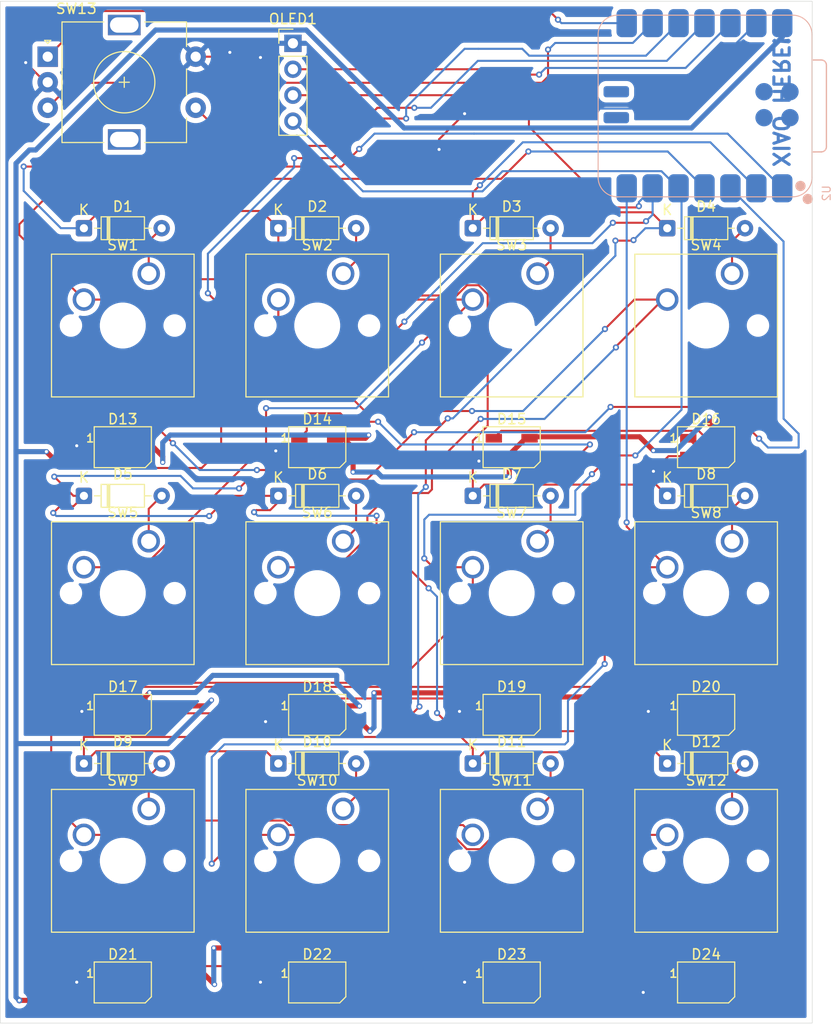
<source format=kicad_pcb>
(kicad_pcb (version 20241229) (generator "pcbnew") (generator_version "9.0")
  (layers (0 "F.Cu" signal) (2 "B.Cu" signal) (13 "F.Paste" user) (15 "B.Paste" user) (5 "F.SilkS" user "F.Silkscreen") (7 "B.SilkS" user "B.Silkscreen") (1 "F.Mask" user) (3 "B.Mask" user) (25 "Edge.Cuts" user))
  (net 0 "")
  (net 1 "/ROW0")
  (net 2 "/SW1_D1")
  (net 3 "/SW2_D2")
  (net 4 "/ROW1")
  (net 5 "/SW3_D3")
  (net 6 "/SW4_D4")
  (net 7 "/SW5_D5")
  (net 8 "/ROW2")
  (net 9 "/SW6_D6")
  (net 10 "/SW7_D7")
  (net 11 "/SW8_D8")
  (net 12 "/SW9_D9")
  (net 13 "/SW10_D10")
  (net 14 "/SW11_D11")
  (net 15 "/SW12_D12")
  (net 16 "GND")
  (net 17 "/LED1_OUT")
  (net 18 "+5V")
  (net 19 "/LED_DATA")
  (net 20 "/LED2_OUT")
  (net 21 "/LED3_OUT")
  (net 22 "/LED4_OUT")
  (net 23 "/LED5_OUT")
  (net 24 "/LED6_OUT")
  (net 25 "/LED7_OUT")
  (net 26 "/LED8_OUT")
  (net 27 "/LED9_OUT")
  (net 28 "/LED10_OUT")
  (net 29 "/COL0")
  (net 30 "/COL2")
  (net 31 "/COL1")
  (net 32 "/COL3")
  (net 33 "/ENC1_B")
  (net 34 "/ENC1_A")
  (net 35 "/ENC1_SW")
  (net 38 "+3V3")
  (net 43 "/LED11_OUT")
  (footprint "LED_SMD:LED_SK6812MINI_PLCC4_3.5x3.5mm_P1.75mm" (layer "F.Cu") (at 138.1125 98.834375)
    (property "Reference" "D19")
    (property "Value" "SK6812MINI")
  )
  (footprint "Diode_THT:D_DO-35_SOD27_P7.62mm_Horizontal" (layer "F.Cu") (at 134.3025 51.209375)
    (property "Reference" "D3")
    (property "Value" "1N4148")
  )
  (footprint "Button_Switch_Keyboard:SW_Cherry_MX_1.00u_PCB" (layer "F.Cu") (at 121.6025 55.654375)
    (property "Reference" "SW2")
    (property "Value" "SW_Push")
  )
  (footprint "LED_SMD:LED_SK6812MINI_PLCC4_3.5x3.5mm_P1.75mm" (layer "F.Cu") (at 157.1625 98.834375)
    (property "Reference" "D20")
    (property "Value" "SK6812MINI")
  )
  (footprint "Button_Switch_Keyboard:SW_Cherry_MX_1.00u_PCB" (layer "F.Cu") (at 121.6025 108.041875)
    (property "Reference" "SW10")
    (property "Value" "SW_Push")
  )
  (footprint "Diode_THT:D_DO-35_SOD27_P7.62mm_Horizontal" (layer "F.Cu") (at 134.3025 103.596875)
    (property "Reference" "D11")
    (property "Value" "1N4148")
  )
  (footprint "LED_SMD:LED_SK6812MINI_PLCC4_3.5x3.5mm_P1.75mm" (layer "F.Cu") (at 157.1625 125.028125)
    (property "Reference" "D24")
    (property "Value" "SK6812MINI")
  )
  (footprint "Diode_THT:D_DO-35_SOD27_P7.62mm_Horizontal" (layer "F.Cu") (at 153.3525 103.596875)
    (property "Reference" "D12")
    (property "Value" "1N4148")
  )
  (footprint "Diode_THT:D_DO-35_SOD27_P7.62mm_Horizontal" (layer "F.Cu") (at 115.2525 51.209375)
    (property "Reference" "D2")
    (property "Value" "1N4148")
  )
  (footprint "Button_Switch_Keyboard:SW_Cherry_MX_1.00u_PCB" (layer "F.Cu") (at 121.6025 81.848125)
    (property "Reference" "SW6")
    (property "Value" "SW_Push")
  )
  (footprint "LED_SMD:LED_SK6812MINI_PLCC4_3.5x3.5mm_P1.75mm" (layer "F.Cu") (at 119.0625 125.028125)
    (property "Reference" "D22")
    (property "Value" "SK6812MINI")
  )
  (footprint "LED_SMD:LED_SK6812MINI_PLCC4_3.5x3.5mm_P1.75mm" (layer "F.Cu") (at 119.0625 72.640625)
    (property "Reference" "D14")
    (property "Value" "SK6812MINI")
  )
  (footprint "Button_Switch_Keyboard:SW_Cherry_MX_1.00u_PCB" (layer "F.Cu") (at 140.6525 108.041875)
    (property "Reference" "SW11")
    (property "Value" "SW_Push")
  )
  (footprint "LED_SMD:LED_SK6812MINI_PLCC4_3.5x3.5mm_P1.75mm" (layer "F.Cu") (at 138.1125 72.640625)
    (property "Reference" "D15")
    (property "Value" "SK6812MINI")
  )
  (footprint "LED_SMD:LED_SK6812MINI_PLCC4_3.5x3.5mm_P1.75mm" (layer "F.Cu") (at 100.0125 98.834375)
    (property "Reference" "D17")
    (property "Value" "SK6812MINI")
  )
  (footprint "LED_SMD:LED_SK6812MINI_PLCC4_3.5x3.5mm_P1.75mm" (layer "F.Cu") (at 100.0125 125.028125)
    (property "Reference" "D21")
    (property "Value" "SK6812MINI")
  )
  (footprint "LED_SMD:LED_SK6812MINI_PLCC4_3.5x3.5mm_P1.75mm" (layer "F.Cu") (at 138.1125 125.028125)
    (property "Reference" "D23")
    (property "Value" "SK6812MINI")
  )
  (footprint "Button_Switch_Keyboard:SW_Cherry_MX_1.00u_PCB" (layer "F.Cu") (at 159.7025 81.848125)
    (property "Reference" "SW8")
    (property "Value" "SW_Push")
  )
  (footprint "Diode_THT:D_DO-35_SOD27_P7.62mm_Horizontal" (layer "F.Cu") (at 134.3025 77.403125)
    (property "Reference" "D7")
    (property "Value" "1N4148")
  )
  (footprint "LED_SMD:LED_SK6812MINI_PLCC4_3.5x3.5mm_P1.75mm" (layer "F.Cu") (at 157.1625 72.640625)
    (property "Reference" "D16")
    (property "Value" "SK6812MINI")
  )
  (footprint "Diode_THT:D_DO-35_SOD27_P7.62mm_Horizontal" (layer "F.Cu") (at 96.2025 103.596875)
    (property "Reference" "D9")
    (property "Value" "1N4148")
  )
  (footprint "Diode_THT:D_DO-35_SOD27_P7.62mm_Horizontal" (layer "F.Cu") (at 96.2025 51.209375)
    (property "Reference" "D1")
    (property "Value" "1N4148")
  )
  (footprint "Rotary_Encoder:RotaryEncoder_Alps_EC11E-Switch_Vertical_H20mm" (layer "F.Cu") (at 92.65625 34.421875)
    (property "Reference" "SW13")
    (property "Value" "RotaryEncoder_Switch")
  )
  (footprint "Button_Switch_Keyboard:SW_Cherry_MX_1.00u_PCB" (layer "F.Cu") (at 102.5525 55.654375)
    (property "Reference" "SW1")
    (property "Value" "SW_Push")
  )
  (footprint "Button_Switch_Keyboard:SW_Cherry_MX_1.00u_PCB" (layer "F.Cu") (at 159.7025 55.654375)
    (property "Reference" "SW4")
    (property "Value" "SW_Push")
  )
  (footprint "Button_Switch_Keyboard:SW_Cherry_MX_1.00u_PCB" (layer "F.Cu") (at 102.5525 108.041875)
    (property "Reference" "SW9")
    (property "Value" "SW_Push")
  )
  (footprint "Diode_THT:D_DO-35_SOD27_P7.62mm_Horizontal" (layer "F.Cu") (at 115.2525 103.596875)
    (property "Reference" "D10")
    (property "Value" "1N4148")
  )
  (footprint "Button_Switch_Keyboard:SW_Cherry_MX_1.00u_PCB" (layer "F.Cu") (at 140.6525 55.654375)
    (property "Reference" "SW3")
    (property "Value" "SW_Push")
  )
  (footprint "Button_Switch_Keyboard:SW_Cherry_MX_1.00u_PCB" (layer "F.Cu") (at 159.7025 108.041875)
    (property "Reference" "SW12")
    (property "Value" "SW_Push")
  )
  (footprint "Diode_THT:D_DO-35_SOD27_P7.62mm_Horizontal" (layer "F.Cu") (at 96.2025 77.403125)
    (property "Reference" "D5")
    (property "Value" "1N4148")
  )
  (footprint "Button_Switch_Keyboard:SW_Cherry_MX_1.00u_PCB" (layer "F.Cu") (at 102.5525 81.848125)
    (property "Reference" "SW5")
    (property "Value" "SW_Push")
  )
  (footprint "LED_SMD:LED_SK6812MINI_PLCC4_3.5x3.5mm_P1.75mm" (layer "F.Cu") (at 100.0125 72.640625)
    (property "Reference" "D13")
    (property "Value" "SK6812MINI")
  )
  (footprint "Connector_PinHeader_2.54mm:PinHeader_1x04_P2.54mm_Vertical" (layer "F.Cu") (at 116.68125 33.111875)
    (property "Reference" "OLED1")
    (property "Value" "OLED_0.91_I2C")
  )
  (footprint "Diode_THT:D_DO-35_SOD27_P7.62mm_Horizontal" (layer "F.Cu") (at 153.3525 77.403125)
    (property "Reference" "D8")
    (property "Value" "1N4148")
  )
  (footprint "Diode_THT:D_DO-35_SOD27_P7.62mm_Horizontal" (layer "F.Cu") (at 153.3525 51.209375)
    (property "Reference" "D4")
    (property "Value" "1N4148")
  )
  (footprint "LED_SMD:LED_SK6812MINI_PLCC4_3.5x3.5mm_P1.75mm" (layer "F.Cu") (at 119.0625 98.834375)
    (property "Reference" "D18")
    (property "Value" "SK6812MINI")
  )
  (footprint "Button_Switch_Keyboard:SW_Cherry_MX_1.00u_PCB" (layer "F.Cu") (at 140.6525 81.848125)
    (property "Reference" "SW7")
    (property "Value" "SW_Push")
  )
  (footprint "Diode_THT:D_DO-35_SOD27_P7.62mm_Horizontal" (layer "F.Cu") (at 115.2525 77.403125)
    (property "Reference" "D6")
    (property "Value" "1N4148")
  )
  (footprint "OPL:XIAO-RP2040-SMD" (layer "B.Cu") (at 157 39.303125 90)
    (property "Reference" "U2")
    (property "Value" "XIAO-RP2040-SMD")
  )
  (gr_rect (start 88.00743 29) (end 167.55743 129) (stroke (width 0.05)) (fill no) (layer "Edge.Cuts"))
  (gr_text "XIAO HERE!" (at 163.6 45.38 270) (layer "B.Cu") (effects (font (size 1.5 1.5) (thickness 0.3) (bold yes)) (justify left bottom mirror)))
  (segment (start 115.2525 52.745875) (end 120.3 57.793375) (width 0.2) (layer "F.Cu") (net 1))
  (segment (start 123.175 43.45) (end 121.45 45.175) (width 0.2) (layer "F.Cu") (net 1))
  (segment (start 121.45 45.175) (end 90.3 45.175) (width 0.2) (layer "F.Cu") (net 1))
  (segment (start 120.3 57.793375) (end 132.722186 57.793375) (width 0.2) (layer "F.Cu") (net 1))
  (segment (start 152.2515 76.302125) (end 153.3525 77.403125) (width 0.2) (layer "F.Cu") (net 1))
  (segment (start 97.75 49.525) (end 113.568125 49.525) (width 0.2) (layer "F.Cu") (net 1))
  (segment (start 135.4035 76.302125) (end 152.2515 76.302125) (width 0.2) (layer "F.Cu") (net 1))
  (segment (start 135.7615 57.672061) (end 135.7615 70.539625) (width 0.2) (layer "F.Cu") (net 1))
  (segment (start 134.3025 71.998625) (end 134.3025 77.403125) (width 0.2) (layer "F.Cu") (net 1))
  (segment (start 113.568125 49.525) (end 115.2525 51.209375) (width 0.2) (layer "F.Cu") (net 1))
  (segment (start 115.2525 51.209375) (end 115.2525 52.745875) (width 0.2) (layer "F.Cu") (net 1))
  (segment (start 96.2025 51.209375) (end 96.2025 51.0725) (width 0.2) (layer "F.Cu") (net 1))
  (segment (start 135.7615 70.539625) (end 134.3025 71.998625) (width 0.2) (layer "F.Cu") (net 1))
  (segment (start 134.3025 77.403125) (end 135.4035 76.302125) (width 0.2) (layer "F.Cu") (net 1))
  (segment (start 134.882814 56.793375) (end 135.7615 57.672061) (width 0.2) (layer "F.Cu") (net 1))
  (segment (start 133.722186 56.793375) (end 134.882814 56.793375) (width 0.2) (layer "F.Cu") (net 1))
  (segment (start 132.722186 57.793375) (end 133.722186 56.793375) (width 0.2) (layer "F.Cu") (net 1))
  (segment (start 96.2025 51.0725) (end 97.75 49.525) (width 0.2) (layer "F.Cu") (net 1))
  (via (at 123.175 43.45) (size 0.6) (drill 0.3) (layers "F.Cu" "B.Cu") (net 1))
  (via (at 90.3 45.175) (size 0.6) (drill 0.3) (layers "F.Cu" "B.Cu") (net 1))
  (segment (start 124.675 41.95) (end 123.175 43.45) (width 0.2) (layer "B.Cu") (net 1))
  (segment (start 90.3 47.55) (end 93.959375 51.209375) (width 0.2) (layer "B.Cu") (net 1))
  (segment (start 90.3 45.175) (end 90.3 47.55) (width 0.2) (layer "B.Cu") (net 1))
  (segment (start 134.425 41.95) (end 124.675 41.95) (width 0.2) (layer "B.Cu") (net 1))
  (segment (start 159.266875 41.95) (end 134.425 41.95) (width 0.2) (layer "B.Cu") (net 1))
  (segment (start 93.959375 51.209375) (end 96.2025 51.209375) (width 0.2) (layer "B.Cu") (net 1))
  (segment (start 164.62 47.303125) (end 159.266875 41.95) (width 0.2) (layer "B.Cu") (net 1))
  (segment (start 102.5525 55.654375) (end 102.5525 52.479375) (width 0.2) (layer "F.Cu") (net 2))
  (segment (start 102.5525 52.479375) (end 103.8225 51.209375) (width 0.2) (layer "F.Cu") (net 2))
  (segment (start 122.8725 54.384375) (end 121.6025 55.654375) (width 0.2) (layer "F.Cu") (net 3))
  (segment (start 122.8725 51.209375) (end 122.8725 54.384375) (width 0.2) (layer "F.Cu") (net 3))
  (segment (start 96.2025 101) (end 97.159025 101) (width 0.2) (layer "F.Cu") (net 4))
  (segment (start 129.7 71.975) (end 131.85 69.825) (width 0.2) (layer "F.Cu") (net 4))
  (segment (start 96.2025 103.596875) (end 97.399375 102.4) (width 0.2) (layer "F.Cu") (net 4))
  (segment (start 97.159025 101) (end 97.160025 101.001) (width 0.2) (layer "F.Cu") (net 4))
  (segment (start 96.2025 103.596875) (end 96.2025 101) (width 0.2) (layer "F.Cu") (net 4))
  (segment (start 97.160025 101.001) (end 126.108375 101.001) (width 0.2) (layer "F.Cu") (net 4))
  (segment (start 153.3525 51.209375) (end 151.792125 49.649) (width 0.2) (layer "F.Cu") (net 4))
  (segment (start 135 47) (end 134.3025 47.6975) (width 0.2) (layer "F.Cu") (net 4))
  (segment (start 135.862875 49.649) (end 134.3025 51.209375) (width 0.2) (layer "F.Cu") (net 4))
  (segment (start 151.792125 49.649) (end 135.862875 49.649) (width 0.2) (layer "F.Cu") (net 4))
  (segment (start 114.055625 102.4) (end 115.2525 103.596875) (width 0.2) (layer "F.Cu") (net 4))
  (segment (start 129.7 76.525) (end 129.7 71.975) (width 0.2) (layer "F.Cu") (net 4))
  (segment (start 126.108375 101.001) (end 126.108375 100.991625) (width 0.2) (layer "F.Cu") (net 4))
  (segment (start 148.275 52.425) (end 150 52.425) (width 0.2) (layer "F.Cu") (net 4))
  (segment (start 134.3025 47.6975) (end 134.3025 51.209375) (width 0.2) (layer "F.Cu") (net 4))
  (segment (start 126.108375 100.991625) (end 129.075 98.025) (width 0.2) (layer "F.Cu") (net 4))
  (segment (start 150 52.425) (end 150.05 52.375) (width 0.2) (layer "F.Cu") (net 4))
  (segment (start 97.399375 102.4) (end 114.055625 102.4) (width 0.2) (layer "F.Cu") (net 4))
  (via (at 131.85 69.825) (size 0.6) (drill 0.3) (layers "F.Cu" "B.Cu") (net 4))
  (via (at 148.275 52.425) (size 0.6) (drill 0.3) (layers "F.Cu" "B.Cu") (net 4))
  (via (at 135 47) (size 0.6) (drill 0.3) (layers "F.Cu" "B.Cu") (net 4))
  (via (at 129.7 76.525) (size 0.6) (drill 0.3) (layers "F.Cu" "B.Cu") (net 4))
  (via (at 129.075 98.025) (size 0.6) (drill 0.3) (layers "F.Cu" "B.Cu") (net 4))
  (via (at 150.05 52.375) (size 0.6) (drill 0.3) (layers "F.Cu" "B.Cu") (net 4))
  (segment (start 150.05 52.375) (end 151.215625 51.209375) (width 0.2) (layer "B.Cu") (net 4))
  (segment (start 151.215625 51.209375) (end 153.3525 51.209375) (width 0.2) (layer "B.Cu") (net 4))
  (segment (start 139.2 42.8) (end 157.576876 42.8) (width 0.2) (layer "B.Cu") (net 4))
  (segment (start 128.949 97.899) (end 128.949 77.276) (width 0.2) (layer "B.Cu") (net 4))
  (segment (start 131.85 69.825) (end 132.346691 69.825) (width 0.2) (layer "B.Cu") (net 4))
  (segment (start 148.275 53.896691) (end 148.275 52.425) (width 0.2) (layer "B.Cu") (net 4))
  (segment (start 128.949 77.276) (end 129.7 76.525) (width 0.2) (layer "B.Cu") (net 4))
  (segment (start 132.346691 69.825) (end 148.275 53.896691) (width 0.2) (layer "B.Cu") (net 4))
  (segment (start 157.576876 42.8) (end 162.08 47.303124) (width 0.2) (layer "B.Cu") (net 4))
  (segment (start 162.08 47.303124) (end 162.08 47.303125) (width 0.2) (layer "B.Cu") (net 4))
  (segment (start 135 47) (end 139.2 42.8) (width 0.2) (layer "B.Cu") (net 4))
  (segment (start 131.85 69.825) (end 131.8315 69.8065) (width 0.2) (layer "B.Cu") (net 4))
  (segment (start 129.075 98.025) (end 128.949 97.899) (width 0.2) (layer "B.Cu") (net 4))
  (segment (start 141.9225 51.209375) (end 141.9225 54.384375) (width 0.2) (layer "F.Cu") (net 5))
  (segment (start 141.9225 54.384375) (end 140.6525 55.654375) (width 0.2) (layer "F.Cu") (net 5))
  (segment (start 159.7025 52.479375) (end 160.9725 51.209375) (width 0.2) (layer "F.Cu") (net 6))
  (segment (start 159.7025 55.654375) (end 159.7025 52.479375) (width 0.2) (layer "F.Cu") (net 6))
  (segment (start 102.5525 78.673125) (end 103.8225 77.403125) (width 0.2) (layer "F.Cu") (net 7))
  (segment (start 102.5525 81.848125) (end 102.5525 78.673125) (width 0.2) (layer "F.Cu") (net 7))
  (segment (start 124.875 81.35) (end 124.875 79.35) (width 0.2) (layer "F.Cu") (net 8))
  (segment (start 115.2525 77.403125) (end 115.2525 77.9975) (width 0.2) (layer "F.Cu") (net 8))
  (segment (start 113.075 78.8) (end 112.875 79) (width 0.2) (layer "F.Cu") (net 8))
  (segment (start 95.180625 78.425) (end 93.85 78.425) (width 0.2) (layer "F.Cu") (net 8))
  (segment (start 93.3 75.525) (end 95.178125 77.403125) (width 0.2) (layer "F.Cu") (net 8))
  (segment (start 111.4 76.675) (end 112.275 75.8) (width 0.2) (layer "F.Cu") (net 8))
  (segment (start 95.178125 77.403125) (end 96.2025 77.403125) (width 0.2) (layer "F.Cu") (net 8))
  (segment (start 134.3025 103.596875) (end 135.4035 102.495875) (width 0.2) (layer "F.Cu") (net 8))
  (segment (start 96.2025 77.403125) (end 95.180625 78.425) (width 0.2) (layer "F.Cu") (net 8))
  (segment (start 115.2525 77.9975) (end 114.45 78.8) (width 0.2) (layer "F.Cu") (net 8))
  (segment (start 159.25 68.7) (end 147.8 68.7) (width 0.2) (layer "F.Cu") (net 8))
  (segment (start 134.3025 102.1525) (end 130.8 98.65) (width 0.2) (layer "F.Cu") (net 8))
  (segment (start 93.85 78.425) (end 93.2 79.075) (width 0.2) (layer "F.Cu") (net 8))
  (segment (start 110.446875 77.403125) (end 108.475 79.375) (width 0.2) (layer "F.Cu") (net 8))
  (segment (start 115.2525 77.403125) (end 110.446875 77.403125) (width 0.2) (layer "F.Cu") (net 8))
  (segment (start 135.4035 102.495875) (end 152.2515 102.495875) (width 0.2) (layer "F.Cu") (net 8))
  (segment (start 112.275 75.8) (end 123.925 75.8) (width 0.2) (layer "F.Cu") (net 8))
  (segment (start 152.2515 102.495875) (end 153.3525 103.596875) (width 0.2) (layer "F.Cu") (net 8))
  (segment (start 134.3025 103.596875) (end 134.3025 102.1525) (width 0.2) (layer "F.Cu") (net 8))
  (segment (start 114.45 78.8) (end 113.075 78.8) (width 0.2) (layer "F.Cu") (net 8))
  (segment (start 162.35 71.8) (end 159.25 68.7) (width 0.2) (layer "F.Cu") (net 8))
  (segment (start 129.975 86.45) (end 124.875 81.35) (width 0.2) (layer "F.Cu") (net 8))
  (segment (start 128.55 71.175) (end 123.925 75.8) (width 0.2) (layer "F.Cu") (net 8))
  (via (at 93.2 79.075) (size 0.6) (drill 0.3) (layers "F.Cu" "B.Cu") (net 8))
  (via (at 108.475 79.375) (size 0.6) (drill 0.3) (layers "F.Cu" "B.Cu") (net 8))
  (via (at 162.35 71.8) (size 0.6) (drill 0.3) (layers "F.Cu" "B.Cu") (net 8))
  (via (at 130.8 98.65) (size 0.6) (drill 0.3) (layers "F.Cu" "B.Cu") (net 8))
  (via (at 129.975 86.45) (size 0.6) (drill 0.3) (layers "F.Cu" "B.Cu") (net 8))
  (via (at 128.55 71.175) (size 0.6) (drill 0.3) (layers "F.Cu" "B.Cu") (net 8))
  (via (at 93.3 75.525) (size 0.6) (drill 0.3) (layers "F.Cu" "B.Cu") (net 8))
  (via (at 111.4 76.675) (size 0.6) (drill 0.3) (layers "F.Cu" "B.Cu") (net 8))
  (via (at 112.875 79) (size 0.6) (drill 0.3) (layers "F.Cu" "B.Cu") (net 8))
  (via (at 147.8 68.7) (size 0.6) (drill 0.3) (layers "F.Cu" "B.Cu") (net 8))
  (via (at 124.875 79.35) (size 0.6) (drill 0.3) (layers "F.Cu" "B.Cu") (net 8))
  (segment (start 145.325 71.175) (end 128.55 71.175) (width 0.2) (layer "B.Cu") (net 8))
  (segment (start 105.675 75.45) (end 93.375 75.45) (width 0.2) (layer "B.Cu") (net 8))
  (segment (start 108.475 79.375) (end 93.5 79.375) (width 0.2) (layer "B.Cu") (net 8))
  (segment (start 93.375 75.45) (end 93.3 75.525) (width 0.2) (layer "B.Cu") (net 8))
  (segment (start 130.8 87.275) (end 129.975 86.45) (width 0.2) (layer "B.Cu") (net 8))
  (segment (start 164.75 52.513125) (end 164.75 69.85) (width 0.2) (layer "B.Cu") (net 8))
  (segment (start 166.225 71.325) (end 166.225 72.675) (width 0.2) (layer "B.Cu") (net 8))
  (segment (start 130.8 98.65) (end 130.8 87.275) (width 0.2) (layer "B.Cu") (net 8))
  (segment (start 124.875 79.35) (end 113.225 79.35) (width 0.2) (layer "B.Cu") (net 8))
  (segment (start 159.54 47.303125) (end 164.75 52.513125) (width 0.2) (layer "B.Cu") (net 8))
  (segment (start 113.225 79.35) (end 112.875 79) (width 0.2) (layer "B.Cu") (net 8))
  (segment (start 106.9 76.675) (end 105.675 75.45) (width 0.2) (layer "B.Cu") (net 8))
  (segment (start 164.75 69.85) (end 166.225 71.325) (width 0.2) (layer "B.Cu") (net 8))
  (segment (start 166.225 72.675) (end 163.225 72.675) (width 0.2) (layer "B.Cu") (net 8))
  (segment (start 147.8 68.7) (end 145.325 71.175) (width 0.2) (layer "B.Cu") (net 8))
  (segment (start 93.5 79.375) (end 93.2 79.075) (width 0.2) (layer "B.Cu") (net 8))
  (segment (start 111.4 76.675) (end 106.9 76.675) (width 0.2) (layer "B.Cu") (net 8))
  (segment (start 163.225 72.675) (end 162.35 71.8) (width 0.2) (layer "B.Cu") (net 8))
  (segment (start 122.8725 77.403125) (end 122.8725 80.578125) (width 0.2) (layer "F.Cu") (net 9))
  (segment (start 122.8725 80.578125) (end 121.6025 81.848125) (width 0.2) (layer "F.Cu") (net 9))
  (segment (start 141.9225 77.403125) (end 141.9225 80.578125) (width 0.2) (layer "F.Cu") (net 10))
  (segment (start 141.9225 80.578125) (end 140.6525 81.848125) (width 0.2) (layer "F.Cu") (net 10))
  (segment (start 159.7025 81.848125) (end 159.7025 78.673125) (width 0.2) (layer "F.Cu") (net 11))
  (segment (start 159.7025 78.673125) (end 160.9725 77.403125) (width 0.2) (layer "F.Cu") (net 11))
  (segment (start 102.5525 108.041875) (end 102.5525 104.866875) (width 0.2) (layer "F.Cu") (net 12))
  (segment (start 102.5525 104.866875) (end 103.8225 103.596875) (width 0.2) (layer "F.Cu") (net 12))
  (segment (start 122.8725 103.596875) (end 122.8725 106.771875) (width 0.2) (layer "F.Cu") (net 13))
  (segment (start 122.8725 106.771875) (end 121.6025 108.041875) (width 0.2) (layer "F.Cu") (net 13))
  (segment (start 141.9225 103.596875) (end 141.9225 106.771875) (width 0.2) (layer "F.Cu") (net 14))
  (segment (start 141.9225 106.771875) (end 140.6525 108.041875) (width 0.2) (layer "F.Cu") (net 14))
  (segment (start 159.7025 108.041875) (end 159.7025 104.866875) (width 0.2) (layer "F.Cu") (net 15))
  (segment (start 159.7025 104.866875) (end 160.9725 103.596875) (width 0.2) (layer "F.Cu") (net 15))
  (segment (start 134.403125 125.903125) (end 133.5 125) (width 0.2) (layer "F.Cu") (net 16))
  (segment (start 155.4125 73.515625) (end 153.484375 73.515625) (width 0.2) (layer "F.Cu") (net 16))
  (segment (start 96.403125 125.903125) (end 95.5 125) (width 0.2) (layer "F.Cu") (net 16))
  (segment (start 117.3125 99.709375) (end 114.209375 99.709375) (width 0.2) (layer "F.Cu") (net 16))
  (segment (start 131 42.5) (end 131 43.5) (width 0.2) (layer "F.Cu") (net 16))
  (segment (start 117.3125 125.903125) (end 114.403125 125.903125) (width 0.2) (layer "F.Cu") (net 16))
  (segment (start 134.209375 99.709375) (end 133 98.5) (width 0.2) (layer "F.Cu") (net 16))
  (segment (start 135.386875 73.515625) (end 134.9025 74) (width 0.2) (layer "F.Cu") (net 16))
  (segment (start 151.096875 125.903125) (end 151 126) (width 0.2) (layer "F.Cu") (net 16))
  (segment (start 136.3625 125.903125) (end 134.403125 125.903125) (width 0.2) (layer "F.Cu") (net 16))
  (segment (start 152.709375 99.709375) (end 151.5 98.5) (width 0.2) (layer "F.Cu") (net 16))
  (segment (start 117.3125 73.515625) (end 115.515625 73.515625) (width 0.2) (layer "F.Cu") (net 16))
  (segment (start 115.515625 73.515625) (end 115 73) (width 0.2) (layer "F.Cu") (net 16))
  (segment (start 107.15625 34.421875) (end 110.078125 34.421875) (width 0.2) (layer "F.Cu") (net 16))
  (segment (start 114.888125 33.111875) (end 113.5 34.5) (width 0.2) (layer "F.Cu") (net 16))
  (segment (start 136.3625 99.709375) (end 134.209375 99.709375) (width 0.2) (layer "F.Cu") (net 16))
  (segment (start 114.209375 99.709375) (end 114 99.5) (width 0.2) (layer "F.Cu") (net 16))
  (segment (start 133.5 40) (end 131 42.5) (width 0.2) (layer "F.Cu") (net 16))
  (segment (start 136.3625 73.515625) (end 135.386875 73.515625) (width 0.2) (layer "F.Cu") (net 16))
  (segment (start 92.65625 36.921875) (end 92.421875 36.921875) (width 0.2) (layer "F.Cu") (net 16))
  (segment (start 98.2625 73.515625) (end 96.515625 73.515625) (width 0.2) (layer "F.Cu") (net 16))
  (segment (start 114.403125 125.903125) (end 113.5 125) (width 0.2) (layer "F.Cu") (net 16))
  (segment (start 97.209375 99.709375) (end 96 98.5) (width 0.2) (layer "F.Cu") (net 16))
  (segment (start 155.4125 125.903125) (end 151.096875 125.903125) (width 0.2) (layer "F.Cu") (net 16))
  (segment (start 116.68125 33.111875) (end 114.888125 33.111875) (width 0.2) (layer "F.Cu") (net 16))
  (segment (start 153.484375 73.515625) (end 152 75) (width 0.2) (layer "F.Cu") (net 16))
  (segment (start 155.4125 99.709375) (end 152.709375 99.709375) (width 0.2) (layer "F.Cu") (net 16))
  (segment (start 98.2625 125.903125) (end 96.403125 125.903125) (width 0.2) (layer "F.Cu") (net 16))
  (segment (start 110.078125 34.421875) (end 110.5 34) (width 0.2) (layer "F.Cu") (net 16))
  (segment (start 92.421875 36.921875) (end 90.5 35) (width 0.2) (layer "F.Cu") (net 16))
  (segment (start 96.515625 73.515625) (end 95.5 72.5) (width 0.2) (layer "F.Cu") (net 16))
  (segment (start 98.2625 99.709375) (end 97.209375 99.709375) (width 0.2) (layer "F.Cu") (net 16))
  (via (at 113.5 34.5) (size 0.6) (drill 0.3) (layers "F.Cu" "B.Cu") (net 16))
  (via (at 133.5 40) (size 0.6) (drill 0.3) (layers "F.Cu" "B.Cu") (net 16))
  (via (at 96 98.5) (size 0.6) (drill 0.3) (layers "F.Cu" "B.Cu") (net 16))
  (via (at 113.5 125) (size 0.6) (drill 0.3) (layers "F.Cu" "B.Cu") (net 16))
  (via (at 114 99.5) (size 0.6) (drill 0.3) (layers "F.Cu" "B.Cu") (net 16))
  (via (at 90.5 35) (size 0.6) (drill 0.3) (layers "F.Cu" "B.Cu") (net 16))
  (via (at 151.5 98.5) (size 0.6) (drill 0.3) (layers "F.Cu" "B.Cu") (net 16))
  (via (at 115 73) (size 0.6) (drill 0.3) (layers "F.Cu" "B.Cu") (net 16))
  (via (at 133 98.5) (size 0.6) (drill 0.3) (layers "F.Cu" "B.Cu") (net 16))
  (via (at 95.5 72.5) (size 0.6) (drill 0.3) (layers "F.Cu" "B.Cu") (net 16))
  (via (at 134.9025 74) (size 0.6) (drill 0.3) (layers "F.Cu" "B.Cu") (net 16))
  (via (at 110.5 34) (size 0.6) (drill 0.3) (layers "F.Cu" "B.Cu") (net 16))
  (via (at 152 75) (size 0.6) (drill 0.3) (layers "F.Cu" "B.Cu") (net 16))
  (via (at 95.5 125) (size 0.6) (drill 0.3) (layers "F.Cu" "B.Cu") (net 16))
  (via (at 133.5 125) (size 0.6) (drill 0.3) (layers "F.Cu" "B.Cu") (net 16))
  (via (at 131 43.5) (size 0.6) (drill 0.3) (layers "F.Cu" "B.Cu") (net 16))
  (via (at 151 126) (size 0.6) (drill 0.3) (layers "F.Cu" "B.Cu") (net 16))
  (segment (start 134 39.5) (end 133.5 40) (width 0.2) (layer "B.Cu") (net 16))
  (segment (start 153.718125 39.5) (end 134 39.5) (width 0.2) (layer "B.Cu") (net 16))
  (segment (start 162.08 31.138125) (end 153.718125 39.5) (width 0.2) (layer "B.Cu") (net 16))
  (segment (start 120.8125 73.515625) (end 119.453125 74.875) (width 0.2) (layer "F.Cu") (net 17))
  (segment (start 103.714625 71.039625) (end 98.9885 71.039625) (width 0.2) (layer "F.Cu") (net 17))
  (segment (start 119.453125 74.875) (end 113.15 74.875) (width 0.2) (layer "F.Cu") (net 17))
  (segment (start 104.925 72.25) (end 103.714625 71.039625) (width 0.2) (layer "F.Cu") (net 17))
  (segment (start 98.9885 71.039625) (end 98.2625 71.765625) (width 0.2) (layer "F.Cu") (net 17))
  (via (at 113.15 74.875) (size 0.6) (drill 0.3) (layers "F.Cu" "B.Cu") (net 17))
  (via (at 104.925 72.25) (size 0.6) (drill 0.3) (layers "F.Cu" "B.Cu") (net 17))
  (segment (start 113.15 74.875) (end 107.55 74.875) (width 0.2) (layer "B.Cu") (net 17))
  (segment (start 107.55 74.875) (end 104.925 72.25) (width 0.2) (layer "B.Cu") (net 17))
  (segment (start 121.734375 97.959375) (end 120.8125 97.959375) (width 0.5) (layer "F.Cu") (net 18))
  (segment (start 120.8125 124.153125) (end 118.309375 121.65) (width 0.5) (layer "F.Cu") (net 18))
  (segment (start 122.575 72.725) (end 121.615625 71.765625) (width 0.5) (layer "F.Cu") (net 18))
  (segment (start 158.0365 97.083375) (end 140.7385 97.083375) (width 0.5) (layer "F.Cu") (net 18))
  (segment (start 101.7625 97.959375) (end 108.140625 97.959375) (width 0.5) (layer "F.Cu") (net 18))
  (segment (start 100.4625 73.442625) (end 99.5135 74.391625) (width 0.5) (layer "F.Cu") (net 18))
  (segment (start 139.8625 97.959375) (end 138.5855 96.682375) (width 0.5) (layer "F.Cu") (net 18))
  (segment (start 121.6885 123.277125) (end 120.8125 124.153125) (width 0.5) (layer "F.Cu") (net 18))
  (segment (start 124.225 100.45) (end 121.734375 97.959375) (width 0.5) (layer "F.Cu") (net 18))
  (segment (start 103.925 74.125) (end 103.925 73.551125) (width 0.5) (layer "F.Cu") (net 18))
  (segment (start 99.5135 125.4) (end 99.5135 126.779125) (width 0.5) (layer "F.Cu") (net 18))
  (segment (start 139.8625 71.765625) (end 140.004125 71.624) (width 0.5) (layer "F.Cu") (net 18))
  (segment (start 102.65 96.65) (end 102.196875 97.103125) (width 0.5) (layer "F.Cu") (net 18))
  (segment (start 157.475 69.7) (end 157.475 70.328125) (width 0.5) (layer "F.Cu") (net 18))
  (segment (start 122.575 75.075) (end 122.575 72.725) (width 0.5) (layer "F.Cu") (net 18))
  (segment (start 140.7385 97.083375) (end 139.8625 97.959375) (width 0.5) (layer "F.Cu") (net 18))
  (segment (start 137.875 73.376125) (end 137.875 75.55) (width 0.5) (layer "F.Cu") (net 18))
  (segment (start 102.196875 97.525) (end 101.7625 97.959375) (width 0.5) (layer "F.Cu") (net 18))
  (segment (start 124.626 96.682375) (end 124.625 96.683375) (width 0.5) (layer "F.Cu") (net 18))
  (segment (start 158.9125 97.959375) (end 158.0365 97.083375) (width 0.5) (layer "F.Cu") (net 18))
  (segment (start 139.8625 71.765625) (end 139.4855 71.765625) (width 0.5) (layer "F.Cu") (net 18))
  (segment (start 102.1395 71.765625) (end 101.7625 71.765625) (width 0.5) (layer "F.Cu") (net 18))
  (segment (start 123.784375 71.765625) (end 124.1 71.45) (width 0.5) (layer "F.Cu") (net 18))
  (segment (start 101.3875 71.765625) (end 100.4625 72.690625) (width 0.5) (layer "F.Cu") (net 18))
  (segment (start 100.760375 124.153125) (end 99.5135 125.4) (width 0.5) (layer "F.Cu") (net 18))
  (segment (start 140.7385 123.277125) (end 139.8625 124.153125) (width 0.5) (layer "F.Cu") (net 18))
  (segment (start 138.5855 96.682375) (end 124.626 96.682375) (width 0.5) (layer "F.Cu") (net 18))
  (segment (start 118.309375 121.65) (end 108.925 121.65) (width 0.5) (layer "F.Cu") (net 18))
  (segment (start 150.649 71.624) (end 152 72.975) (width 0.5) (layer "F.Cu") (net 18))
  (segment (start 158.9125 124.153125) (end 158.0365 123.277125) (width 0.5) (layer "F.Cu") (net 18))
  (segment (start 100.4625 72.690625) (end 100.4625 73.442625) (width 0.5) (layer "F.Cu") (net 18))
  (segment (start 99.5135 74.391625) (end 93.841625 74.391625) (width 0.5) (layer "F.Cu") (net 18))
  (segment (start 93.841625 74.391625) (end 92.525 73.075) (width 0.5) (layer "F.Cu") (net 18))
  (segment (start 101.7625 71.765625) (end 101.3875 71.765625) (width 0.5) (layer "F.Cu") (net 18))
  (segment (start 120.8125 97.959375) (end 123.184375 97.959375) (width 0.5) (layer "F.Cu") (net 18))
  (segment (start 101.7625 124.153125) (end 100.760375 124.153125) (width 0.5) (layer "F.Cu") (net 18))
  (segment (start 109 125.225) (end 107.928125 124.153125) (width 0.5) (layer "F.Cu") (net 18))
  (segment (start 139.4855 71.765625) (end 137.875 73.376125) (width 0.5) (layer "F.Cu") (net 18))
  (segment (start 121.615625 71.765625) (end 120.8125 71.765625) (width 0.5) (layer "F.Cu") (net 18))
  (segment (start 102.196875 97.103125) (end 102.196875 97.525) (width 0.5) (layer "F.Cu") (net 18))
  (segment (start 158.0365 123.277125) (end 140.7385 123.277125) (width 0.5) (layer "F.Cu") (net 18))
  (segment (start 99.5135 126.779125) (end 89.879125 126.779125) (width 0.5) (layer "F.Cu") (net 18))
  (segment (start 123.184375 97.959375) (end 123.2 97.975) (width 0.5) (layer "F.Cu") (net 18))
  (segment (start 138.9865 123.277125) (end 121.6885 123.277125) (width 0.5) (layer "F.Cu") (net 18))
  (segment (start 107.928125 124.153125) (end 101.7625 124.153125) (width 0.5) (layer "F.Cu") (net 18))
  (segment (start 120.8125 71.765625) (end 123.784375 71.765625) (width 0.5) (layer "F.Cu") (net 18))
  (segment (start 140.004125 71.624) (end 150.649 71.624) (width 0.5) (layer "F.Cu") (net 18))
  (segment (start 139.8625 124.153125) (end 138.9865 123.277125) (width 0.5) (layer "F.Cu") (net 18))
  (segment (start 108.140625 97.959375) (end 108.7 97.4) (width 0.5) (layer "F.Cu") (net 18))
  (segment (start 103.925 73.551125) (end 102.1395 71.765625) (width 0.5) (layer "F.Cu") (net 18))
  (segment (start 157.475 70.328125) (end 158.9125 71.765625) (width 0.5) (layer "F.Cu") (net 18))
  (via (at 108.7 97.4) (size 0.5) (drill 0.3) (layers "F.Cu" "B.Cu") (net 18))
  (via (at 124.225 100.45) (size 0.5) (drill 0.3) (layers "F.Cu" "B.Cu") (net 18))
  (via (at 103.925 74.125) (size 0.5) (drill 0.3) (layers "F.Cu" "B.Cu") (net 18))
  (via (at 157.475 69.7) (size 0.5) (drill 0.3) (layers "F.Cu" "B.Cu") (net 18))
  (via (at 109 125.225) (size 0.5) (drill 0.3) (layers "F.Cu" "B.Cu") (net 18))
  (via (at 92.525 73.075) (size 0.5) (drill 0.3) (layers "F.Cu" "B.Cu") (net 18))
  (via (at 124.1 71.45) (size 0.5) (drill 0.3) (layers "F.Cu" "B.Cu") (net 18))
  (via (at 137.875 75.55) (size 0.5) (drill 0.3) (layers "F.Cu" "B.Cu") (net 18))
  (via (at 102.65 96.65) (size 0.5) (drill 0.3) (layers "F.Cu" "B.Cu") (net 18))
  (via (at 108.925 121.65) (size 0.5) (drill 0.3) (layers "F.Cu" "B.Cu") (net 18))
  (via (at 122.575 75.075) (size 0.5) (drill 0.3) (layers "F.Cu" "B.Cu") (net 18))
  (via (at 123.2 97.975) (size 0.5) (drill 0.3) (layers "F.Cu" "B.Cu") (net 18))
  (via (at 89.879125 126.779125) (size 0.6) (drill 0.3) (layers "F.Cu" "B.Cu") (net 18))
  (via (at 152 72.975) (size 0.5) (drill 0.3) (layers "F.Cu" "B.Cu") (net 18))
  (via (at 124.625 96.683375) (size 0.5) (drill 0.3) (layers "F.Cu" "B.Cu") (net 18))
  (segment (start 104.45 101.65) (end 89.699 101.65) (width 0.5) (layer "B.Cu") (net 18))
  (segment (start 127.570375 41.399) (end 117.98225 31.810875) (width 0.5) (layer "B.Cu") (net 18))
  (segment (start 103.2242 31.810875) (end 91.485075 43.55) (width 0.5) (layer "B.Cu") (net 18))
  (segment (start 155.734125 41.399) (end 127.570375 41.399) (width 0.5) (layer "B.Cu") (net 18))
  (segment (start 108.825 94.975) (end 120.975 94.975) (width 0.5) (layer "B.Cu") (net 18))
  (segment (start 124.625 96.683375) (end 124.625 100.05) (width 0.5) (layer "B.Cu") (net 18))
  (segment (start 108.925 125.15) (end 109 125.225) (width 0.5) (layer "B.Cu") (net 18))
  (segment (start 154.2 72.975) (end 157.475 69.7) (width 0.5) (layer "B.Cu") (net 18))
  (segment (start 120.975 94.975) (end 120.975 95.75) (width 0.5) (layer "B.Cu") (net 18))
  (segment (start 92.525 73.075) (end 89.574 73.075) (width 0.5) (layer "B.Cu") (net 18))
  (segment (start 117.98225 31.810875) (end 103.2242 31.810875) (width 0.5) (layer "B.Cu") (net 18))
  (segment (start 107.15 96.65) (end 108.825 94.975) (width 0.5) (layer "B.Cu") (net 18))
  (segment (start 102.65 96.65) (end 107.15 96.65) (width 0.5) (layer "B.Cu") (net 18))
  (segment (start 104.662925 71.45) (end 103.925 72.187925) (width 0.5) (layer "B.Cu") (net 18))
  (segment (start 152 72.975) (end 154.2 72.975) (width 0.5) (layer "B.Cu") (net 18))
  (segment (start 103.925 72.187925) (end 103.925 74.125) (width 0.5) (layer "B.Cu") (net 18))
  (segment (start 120.975 95.75) (end 123.2 97.975) (width 0.5) (layer "B.Cu") (net 18))
  (segment (start 89.549 126.449) (end 89.879125 126.779125) (width 0.5) (layer "B.Cu") (net 18))
  (segment (start 164.62 31.138125) (end 164.62 32.513125) (width 0.5) (layer "B.Cu") (net 18))
  (segment (start 89.549 101.5) (end 89.549 126.449) (width 0.5) (layer "B.Cu") (net 18))
  (segment (start 90.862925 43.55) (end 89.549 44.863925) (width 0.5) (layer "B.Cu") (net 18))
  (segment (start 164.62 32.513125) (end 155.734125 41.399) (width 0.5) (layer "B.Cu") (net 18))
  (segment (start 124.925 75.075) (end 125.4 75.55) (width 0.5) (layer "B.Cu") (net 18))
  (segment (start 124.1 71.45) (end 104.662925 71.45) (width 0.5) (layer "B.Cu") (net 18))
  (segment (start 122.575 75.075) (end 124.925 75.075) (width 0.5) (layer "B.Cu") (net 18))
  (segment (start 89.549 73.05) (end 89.549 101.5) (width 0.5) (layer "B.Cu") (net 18))
  (segment (start 91.485075 43.55) (end 90.862925 43.55) (width 0.5) (layer "B.Cu") (net 18))
  (segment (start 89.574 73.075) (end 89.549 73.05) (width 0.5) (layer "B.Cu") (net 18))
  (segment (start 89.549 44.863925) (end 89.549 73.05) (width 0.5) (layer "B.Cu") (net 18))
  (segment (start 89.699 101.65) (end 89.549 101.5) (width 0.5) (layer "B.Cu") (net 18))
  (segment (start 124.625 100.05) (end 124.225 100.45) (width 0.5) (layer "B.Cu") (net 18))
  (segment (start 108.925 121.65) (end 108.925 125.15) (width 0.5) (layer "B.Cu") (net 18))
  (segment (start 108.7 97.4) (end 104.45 101.65) (width 0.5) (layer "B.Cu") (net 18))
  (segment (start 125.4 75.55) (end 137.875 75.55) (width 0.5) (layer "B.Cu") (net 18))
  (segment (start 127.775 40.475) (end 124.4671 40.475) (width 0.2) (layer "F.Cu") (net 19))
  (segment (start 107.749 74.676) (end 109.65 72.775) (width 0.2) (layer "F.Cu") (net 19))
  (segment (start 124.4671 40.475) (end 120.5921 44.35) (width 0.2) (layer "F.Cu") (net 19))
  (segment (start 120.5921 44.35) (end 116.8 44.35) (width 0.2) (layer "F.Cu") (net 19))
  (segment (start 102.922875 74.676) (end 107.749 74.676) (width 0.2) (layer "F.Cu") (net 19))
  (segment (start 109.65 58.875) (end 108.35 57.575) (width 0.2) (layer "F.Cu") (net 19))
  (segment (start 109.65 72.775) (end 109.65 58.875) (width 0.2) (layer "F.Cu") (net 19))
  (segment (start 101.7625 73.515625) (end 102.922875 74.676) (width 0.2) (layer "F.Cu") (net 19))
  (via (at 108.35 57.575) (size 0.6) (drill 0.3) (layers "F.Cu" "B.Cu") (net 19))
  (via (at 116.8 44.35) (size 0.6) (drill 0.3) (layers "F.Cu" "B.Cu") (net 19))
  (via (at 127.775 40.475) (size 0.6) (drill 0.3) (layers "F.Cu" "B.Cu") (net 19))
  (segment (start 116.8 44.35) (end 116.8 45.25) (width 0.2) (layer "B.Cu") (net 19))
  (segment (start 154.46 31.138125) (end 151.273125 34.325) (width 0.2) (layer "B.Cu") (net 19))
  (segment (start 139.824943 34.325) (end 139.149943 33.65) (width 0.2) (layer "B.Cu") (net 19))
  (segment (start 108.35 53.7) (end 108.35 57.575) (width 0.2) (layer "B.Cu") (net 19))
  (segment (start 133.500057 33.65) (end 127.775 39.375057) (width 0.2) (layer "B.Cu") (net 19))
  (segment (start 139.149943 33.65) (end 134.85 33.65) (width 0.2) (layer "B.Cu") (net 19))
  (segment (start 127.775 39.375057) (end 127.775 40.475) (width 0.2) (layer "B.Cu") (net 19))
  (segment (start 116.8 45.25) (end 108.35 53.7) (width 0.2) (layer "B.Cu") (net 19))
  (segment (start 134.85 33.65) (end 133.500057 33.65) (width 0.2) (layer "B.Cu") (net 19))
  (segment (start 151.273125 34.325) (end 139.824943 34.325) (width 0.2) (layer "B.Cu") (net 19))
  (segment (start 118.0385 69.4365) (end 118.0385 71.039625) (width 0.2) (layer "F.Cu") (net 20))
  (segment (start 121.325 69.325) (end 118.15 69.325) (width 0.2) (layer "F.Cu") (net 20))
  (segment (start 118.15 69.325) (end 118.0385 69.4365) (width 0.2) (layer "F.Cu") (net 20))
  (segment (start 118.0385 71.039625) (end 117.3125 71.765625) (width 0.2) (layer "F.Cu") (net 20))
  (segment (start 144.634375 73.515625) (end 145.775 72.375) (width 0.2) (layer "F.Cu") (net 20))
  (segment (start 122.15 70.15) (end 121.325 69.325) (width 0.2) (layer "F.Cu") (net 20))
  (segment (start 125.025 70.15) (end 122.15 70.15) (width 0.2) (layer "F.Cu") (net 20))
  (segment (start 139.8625 73.515625) (end 144.634375 73.515625) (width 0.2) (layer "F.Cu") (net 20))
  (via (at 125.025 70.15) (size 0.6) (drill 0.3) (layers "F.Cu" "B.Cu") (net 20))
  (via (at 145.775 72.375) (size 0.6) (drill 0.3) (layers "F.Cu" "B.Cu") (net 20))
  (segment (start 127.25 72.375) (end 145.775 72.375) (width 0.2) (layer "B.Cu") (net 20))
  (segment (start 125.025 70.15) (end 127.25 72.375) (width 0.2) (layer "B.Cu") (net 20))
  (segment (start 137.0885 71.039625) (end 136.3625 71.765625) (width 0.2) (layer "F.Cu") (net 21))
  (segment (start 158.9125 73.515625) (end 156.4365 71.039625) (width 0.2) (layer "F.Cu") (net 21))
  (segment (start 156.4365 71.039625) (end 137.0885 71.039625) (width 0.2) (layer "F.Cu") (net 21))
  (segment (start 96.4 96.1) (end 165.225 96.1) (width 0.2) (layer "F.Cu") (net 22))
  (segment (start 93.401 100.435375) (end 93.401 99.099) (width 0.2) (layer "F.Cu") (net 22))
  (segment (start 95.8015 99.877375) (end 95.8015 100.435375) (width 0.2) (layer "F.Cu") (net 22))
  (segment (start 101.0365 100.435375) (end 97.1615 100.435375) (width 0.2) (layer "F.Cu") (net 22))
  (segment (start 157.8885 74.241625) (end 155.4125 71.765625) (width 0.2) (layer "F.Cu") (net 22))
  (segment (start 160.0135 74.241625) (end 157.8885 74.241625) (width 0.2) (layer "F.Cu") (net 22))
  (segment (start 97.1615 100.435375) (end 96.3686 99.642475) (width 0.2) (layer "F.Cu") (net 22))
  (segment (start 165.225 79.453125) (end 160.0135 74.241625) (width 0.2) (layer "F.Cu") (net 22))
  (segment (start 95.8015 100.435375) (end 93.401 100.435375) (width 0.2) (layer "F.Cu") (net 22))
  (segment (start 93.401 99.099) (end 96.4 96.1) (width 0.2) (layer "F.Cu") (net 22))
  (segment (start 101.7625 99.709375) (end 101.0365 100.435375) (width 0.2) (layer "F.Cu") (net 22))
  (segment (start 96.0364 99.642475) (end 95.8015 99.877375) (width 0.2) (layer "F.Cu") (net 22))
  (segment (start 165.225 96.1) (end 165.225 79.453125) (width 0.2) (layer "F.Cu") (net 22))
  (segment (start 96.3686 99.642475) (end 96.0364 99.642475) (width 0.2) (layer "F.Cu") (net 22))
  (segment (start 98.9885 98.685375) (end 98.2625 97.959375) (width 0.2) (layer "F.Cu") (net 23))
  (segment (start 120.8125 99.709375) (end 119.7885 98.685375) (width 0.2) (layer "F.Cu") (net 23))
  (segment (start 119.7885 98.685375) (end 98.9885 98.685375) (width 0.2) (layer "F.Cu") (net 23))
  (segment (start 118.0385 97.233375) (end 137.3865 97.233375) (width 0.2) (layer "F.Cu") (net 24))
  (segment (start 137.3865 97.233375) (end 139.8625 99.709375) (width 0.2) (layer "F.Cu") (net 24))
  (segment (start 117.3125 97.959375) (end 118.0385 97.233375) (width 0.2) (layer "F.Cu") (net 24))
  (segment (start 138.8385 100.435375) (end 136.3625 97.959375) (width 0.2) (layer "F.Cu") (net 25))
  (segment (start 158.9125 99.709375) (end 158.1865 100.435375) (width 0.2) (layer "F.Cu") (net 25))
  (segment (start 158.1865 100.435375) (end 138.8385 100.435375) (width 0.2) (layer "F.Cu") (net 25))
  (segment (start 165.35 127.030125) (end 165.35 98.685375) (width 0.2) (layer "F.Cu") (net 26))
  (segment (start 101.7625 125.903125) (end 102.8895 127.030125) (width 0.2) (layer "F.Cu") (net 26))
  (segment (start 102.8895 127.030125) (end 165.35 127.030125) (width 0.2) (layer "F.Cu") (net 26))
  (segment (start 156.1385 98.685375) (end 155.4125 97.959375) (width 0.2) (layer "F.Cu") (net 26))
  (segment (start 165.35 98.685375) (end 156.1385 98.685375) (width 0.2) (layer "F.Cu") (net 26))
  (segment (start 118.3365 123.427125) (end 98.9885 123.427125) (width 0.2) (layer "F.Cu") (net 27))
  (segment (start 120.8125 125.903125) (end 118.3365 123.427125) (width 0.2) (layer "F.Cu") (net 27))
  (segment (start 98.9885 123.427125) (end 98.2625 124.153125) (width 0.2) (layer "F.Cu") (net 27))
  (segment (start 139.1365 126.629125) (end 119.7885 126.629125) (width 0.2) (layer "F.Cu") (net 28))
  (segment (start 119.7885 126.629125) (end 117.3125 124.153125) (width 0.2) (layer "F.Cu") (net 28))
  (segment (start 139.8625 125.903125) (end 139.1365 126.629125) (width 0.2) (layer "F.Cu") (net 28))
  (segment (start 94.325 46.375) (end 89.875 50.825) (width 0.2) (layer "F.Cu") (net 29))
  (segment (start 132.225 59.5) (end 132.996875 59.5) (width 0.2) (layer "F.Cu") (net 29))
  (segment (start 132.996875 59.5) (end 134.3025 58.194375) (width 0.2) (layer "F.Cu") (net 29))
  (segment (start 137.075 46.375) (end 94.325 46.375) (width 0.2) (layer "F.Cu") (net 29))
  (segment (start 101.993814 84.388125) (end 114.05 72.331939) (width 0.2) (layer "F.Cu") (net 29))
  (segment (start 96.2025 84.388125) (end 101.993814 84.388125) (width 0.2) (layer "F.Cu") (net 29))
  (segment (start 103.330625 58.194375) (end 96.2025 58.194375) (width 0.2) (layer "F.Cu") (net 29))
  (segment (start 117.4 56.2) (end 105.325 56.2) (width 0.2) (layer "F.Cu") (net 29))
  (segment (start 129.325 62.4) (end 132.225 59.5) (width 0.2) (layer "F.Cu") (net 29))
  (segment (start 139.75 43.7) (end 137.075 46.375) (width 0.2) (layer "F.Cu") (net 29))
  (segment (start 105.325 56.2) (end 103.330625 58.194375) (width 0.2) (layer "F.Cu") (net 29))
  (segment (start 119.394375 58.194375) (end 117.4 56.2) (width 0.2) (layer "F.Cu") (net 29))
  (segment (start 89.875 51.866875) (end 96.2025 58.194375) (width 0.2) (layer "F.Cu") (net 29))
  (segment (start 89.875 50.825) (end 89.875 51.866875) (width 0.2) (layer "F.Cu") (net 29))
  (segment (start 114.05 72.331939) (end 114.05 68.825) (width 0.2) (layer "F.Cu") (net 29))
  (segment (start 134.3025 58.194375) (end 119.394375 58.194375) (width 0.2) (layer "F.Cu") (net 29))
  (via (at 129.325 62.4) (size 0.6) (drill 0.3) (layers "F.Cu" "B.Cu") (net 29))
  (via (at 114.05 68.825) (size 0.6) (drill 0.3) (layers "F.Cu" "B.Cu") (net 29))
  (via (at 139.75 43.7) (size 0.6) (drill 0.3) (layers "F.Cu" "B.Cu") (net 29))
  (segment (start 157 47.303125) (end 153.396875 43.7) (width 0.2) (layer "B.Cu") (net 29))
  (segment (start 114.05 68.825) (end 122.9 68.825) (width 0.2) (layer "B.Cu") (net 29))
  (segment (start 122.9 68.825) (end 129.325 62.4) (width 0.2) (layer "B.Cu") (net 29))
  (segment (start 153.396875 43.7) (end 139.75 43.7) (width 0.2) (layer "B.Cu") (net 29))
  (segment (start 152.92403 58.194375) (end 153.3525 58.194375) (width 0.2) (layer "F.Cu") (net 30))
  (segment (start 148.025 50.675) (end 151.125 50.675) (width 0.2) (layer "F.Cu") (net 30))
  (segment (start 115.2525 58.194375) (end 115.2525 60.6275) (width 0.2) (layer "F.Cu") (net 30))
  (segment (start 151.125 50.675) (end 151.275 50.525) (width 0.2) (layer "F.Cu") (net 30))
  (segment (start 147.7 49.175) (end 150.449 49.175) (width 0.2) (layer "F.Cu") (net 30))
  (segment (start 139.8 38.191875) (end 139.916875 38.191875) (width 0.2) (layer "F.Cu") (net 30))
  (segment (start 130.301 74.649) (end 135.075 69.875) (width 0.2) (layer "F.Cu") (net 30))
  (segment (start 116.68125 38.191875) (end 139.8 38.191875) (width 0.2) (layer "F.Cu") (net 30))
  (segment (start 115.2525 60.249191) (end 118.088684 63.085375) (width 0.2) (layer "F.Cu") (net 30))
  (segment (start 148.325 62.875) (end 148.325 62.793405) (width 0.2) (layer "F.Cu") (net 30))
  (segment (start 147.675 49.15) (end 147.7 49.175) (width 0.2) (layer "F.Cu") (net 30))
  (segment (start 148.325 62.793405) (end 152.92403 58.194375) (width 0.2) (layer "F.Cu") (net 30))
  (segment (start 115.2525 84.388125) (end 121.043814 84.388125) (width 0.2) (layer "F.Cu") (net 30))
  (segment (start 150.130625 58.194375) (end 153.3525 58.194375) (width 0.2) (layer "F.Cu") (net 30))
  (segment (start 123.975 79.400057) (end 126.249057 77.126) (width 0.2) (layer "F.Cu") (net 30))
  (segment (start 150.449 49.175) (end 150.575 49.049) (width 0.2) (layer "F.Cu") (net 30))
  (segment (start 147.25 61.075) (end 150.130625 58.194375) (width 0.2) (layer "F.Cu") (net 30))
  (segment (start 129.948943 77.126) (end 130.301 76.773943) (width 0.2) (layer "F.Cu") (net 30))
  (segment (start 121.043814 84.388125) (end 123.975 81.456939) (width 0.2) (layer "F.Cu") (net 30))
  (segment (start 123.975 81.456939) (end 123.975 79.400057) (width 0.2) (layer "F.Cu") (net 30))
  (segment (start 124.864625 63.085375) (end 127.6 60.35) (width 0.2) (layer "F.Cu") (net 30))
  (segment (start 139.8 38.191875) (end 139.8 41.275) (width 0.2) (layer "F.Cu") (net 30))
  (segment (start 115.2525 58.194375) (end 115.2525 60.249191) (width 0.2) (layer "F.Cu") (net 30))
  (segment (start 130.301 76.773943) (end 130.301 74.649) (width 0.2) (layer "F.Cu") (net 30))
  (segment (start 139.8 41.275) (end 147.675 49.15) (width 0.2) (layer "F.Cu") (net 30))
  (segment (start 123.725 69.1) (end 134.225 69.1) (width 0.2) (layer "F.Cu") (net 30))
  (segment (start 126.249057 77.126) (end 129.948943 77.126) (width 0.2) (layer "F.Cu") (net 30))
  (segment (start 118.088684 63.085375) (end 124.864625 63.085375) (width 0.2) (layer "F.Cu") (net 30))
  (segment (start 115.2525 60.6275) (end 123.725 69.1) (width 0.2) (layer "F.Cu") (net 30))
  (via (at 147.25 61.075) (size 0.6) (drill 0.3) (layers "F.Cu" "B.Cu") (net 30))
  (via (at 150.575 49.049) (size 0.6) (drill 0.3) (layers "F.Cu" "B.Cu") (net 30))
  (via (at 148.325 62.875) (size 0.6) (drill 0.3) (layers "F.Cu" "B.Cu") (net 30))
  (via (at 127.6 60.35) (size 0.6) (drill 0.3) (layers "F.Cu" "B.Cu") (net 30))
  (via (at 151.275 50.525) (size 0.6) (drill 0.3) (layers "F.Cu" "B.Cu") (net 30))
  (via (at 134.225 69.1) (size 0.6) (drill 0.3) (layers "F.Cu" "B.Cu") (net 30))
  (via (at 135.075 69.875) (size 0.6) (drill 0.3) (layers "F.Cu" "B.Cu") (net 30))
  (via (at 148.025 50.675) (size 0.6) (drill 0.3) (layers "F.Cu" "B.Cu") (net 30))
  (segment (start 134.225 69.1) (end 139.225 69.1) (width 0.2) (layer "B.Cu") (net 30))
  (segment (start 151.275 50.525) (end 151.92 49.88) (width 0.2) (layer "B.Cu") (net 30))
  (segment (start 127.6 60.35) (end 135.276057 52.673943) (width 0.2) (layer "B.Cu") (net 30))
  (segment (start 135.075 69.875) (end 141.325 69.875) (width 0.2) (layer "B.Cu") (net 30))
  (segment (start 151.92 49.88) (end 151.92 47.303125) (width 0.2) (layer "B.Cu") (net 30))
  (segment (start 139.225 69.1) (end 147.25 61.075) (width 0.2) (layer "B.Cu") (net 30))
  (segment (start 146.026057 52.673943) (end 148.025 50.675) (width 0.2) (layer "B.Cu") (net 30))
  (segment (start 150.575 49.049) (end 150.575 48.648125) (width 0.2) (layer "B.Cu") (net 30))
  (segment (start 135.276057 52.673943) (end 146.026057 52.673943) (width 0.2) (layer "B.Cu") (net 30))
  (segment (start 141.325 69.875) (end 148.325 62.875) (width 0.2) (layer "B.Cu") (net 30))
  (segment (start 150.575 48.648125) (end 151.92 47.303125) (width 0.2) (layer "B.Cu") (net 30))
  (segment (start 150.225 73.45) (end 147.8 73.45) (width 0.2) (layer "F.Cu") (net 31))
  (segment (start 115.832814 109.180875) (end 104.019125 109.180875) (width 0.2) (layer "F.Cu") (net 31))
  (segment (start 134.3025 84.388125) (end 134.3025 88.2725) (width 0.2) (layer "F.Cu") (net 31))
  (segment (start 129.55 83.525) (end 130.413125 84.388125) (width 0.2) (layer "F.Cu") (net 31))
  (segment (start 126.876 95.699) (end 94.301 95.699) (width 0.2) (layer "F.Cu") (net 31))
  (segment (start 93.5 96.5) (end 93.5 97.124775) (width 0.2) (layer "F.Cu") (net 31))
  (segment (start 133.345625 109.625) (end 116.276939 109.625) (width 0.2) (layer "F.Cu") (net 31))
  (segment (start 147.8 73.45) (end 145.975 75.275) (width 0.2) (layer "F.Cu") (net 31))
  (segment (start 94.301 95.699) (end 93.5 96.5) (width 0.2) (layer "F.Cu") (net 31))
  (segment (start 93.5 97.124775) (end 93 97.624775) (width 0.2) (layer "F.Cu") (net 31))
  (segment (start 93 107.379375) (end 96.2025 110.581875) (width 0.2) (layer "F.Cu") (net 31))
  (segment (start 134.3025 88.2725) (end 126.876 95.699) (width 0.2) (layer "F.Cu") (net 31))
  (segment (start 104.019125 109.180875) (end 102.618125 110.581875) (width 0.2) (layer "F.Cu") (net 31))
  (segment (start 130.413125 84.388125) (end 134.3025 84.388125) (width 0.2) (layer "F.Cu") (net 31))
  (segment (start 93 97.624775) (end 93 107.379375) (width 0.2) (layer "F.Cu") (net 31))
  (segment (start 102.618125 110.581875) (end 96.2025 110.581875) (width 0.2) (layer "F.Cu") (net 31))
  (segment (start 134.3025 110.581875) (end 133.345625 109.625) (width 0.2) (layer "F.Cu") (net 31))
  (segment (start 116.276939 109.625) (end 115.832814 109.180875) (width 0.2) (layer "F.Cu") (net 31))
  (via (at 150.225 73.45) (size 0.6) (drill 0.3) (layers "F.Cu" "B.Cu") (net 31))
  (via (at 129.55 83.525) (size 0.6) (drill 0.3) (layers "F.Cu" "B.Cu") (net 31))
  (via (at 145.975 75.275) (size 0.6) (drill 0.3) (layers "F.Cu" "B.Cu") (net 31))
  (segment (start 154.7535 68.9715) (end 151.8 71.925) (width 0.2) (layer "B.Cu") (net 31))
  (segment (start 154.7535 47.596625) (end 154.7535 68.9715) (width 0.2) (layer "B.Cu") (net 31))
  (segment (start 144.35 79.25) (end 130.025 79.25) (width 0.2) (layer "B.Cu") (net 31))
  (segment (start 145.975 75.275) (end 144.35 76.9) (width 0.2) (layer "B.Cu") (net 31))
  (segment (start 144.35 76.9) (end 144.35 79.25) (width 0.2) (layer "B.Cu") (net 31))
  (segment (start 130.025 79.25) (end 129.625 79.65) (width 0.2) (layer "B.Cu") (net 31))
  (segment (start 129.55 79.725) (end 129.55 83.525) (width 0.2) (layer "B.Cu") (net 31))
  (segment (start 123.550375 47.601) (end 116.68125 40.731875) (width 0.2) (layer "B.Cu") (net 31))
  (segment (start 154.46 47.303125) (end 154.7535 47.596625) (width 0.2) (layer "B.Cu") (net 31))
  (segment (start 152.784 45.627125) (end 137.222818 45.627125) (width 0.2) (layer "B.Cu") (net 31))
  (segment (start 154.46 47.303125) (end 152.784 45.627125) (width 0.2) (layer "B.Cu") (net 31))
  (segment (start 151.8 71.925) (end 150.275 73.45) (width 0.2) (layer "B.Cu") (net 31))
  (segment (start 129.625 79.65) (end 129.55 79.725) (width 0.2) (layer "B.Cu") (net 31))
  (segment (start 137.222818 45.627125) (end 135.248943 47.601) (width 0.2) (layer "B.Cu") (net 31))
  (segment (start 135.248943 47.601) (end 123.550375 47.601) (width 0.2) (layer "B.Cu") (net 31))
  (segment (start 150.275 73.45) (end 150.225 73.45) (width 0.2) (layer "B.Cu") (net 31))
  (segment (start 136.418125 110.581875) (end 153.3525 110.581875) (width 0.2) (layer "F.Cu") (net 32))
  (segment (start 108.725 113.4) (end 111.543125 110.581875) (width 0.2) (layer "F.Cu") (net 32))
  (segment (start 149.375 80) (end 149.375 80.410625) (width 0.2) (layer "F.Cu") (net 32))
  (segment (start 149.375 80.410625) (end 153.3525 84.388125) (width 0.2) (layer "F.Cu") (net 32))
  (segment (start 135.017125 111.982875) (end 136.418125 110.581875) (width 0.2) (layer "F.Cu") (net 32))
  (segment (start 147.225 87.782155) (end 147.225 93.85) (width 0.2) (layer "F.Cu") (net 32))
  (segment (start 150.61903 84.388125) (end 147.225 87.782155) (width 0.2) (layer "F.Cu") (net 32))
  (segment (start 111.543125 110.581875) (end 115.2525 110.581875) (width 0.2) (layer "F.Cu") (net 32))
  (segment (start 133.722186 111.982875) (end 135.017125 111.982875) (width 0.2) (layer "F.Cu") (net 32))
  (segment (start 115.2525 110.581875) (end 132.321186 110.581875) (width 0.2) (layer "F.Cu") (net 32))
  (segment (start 153.3525 84.388125) (end 150.61903 84.388125) (width 0.2) (layer "F.Cu") (net 32))
  (segment (start 132.321186 110.581875) (end 133.722186 111.982875) (width 0.2) (layer "F.Cu") (net 32))
  (via (at 147.225 93.85) (size 0.6) (drill 0.3) (layers "F.Cu" "B.Cu") (net 32))
  (via (at 108.725 113.4) (size 0.6) (drill 0.3) (layers "F.Cu" "B.Cu") (net 32))
  (via (at 149.375 80) (size 0.6) (drill 0.3) (layers "F.Cu" "B.Cu") (net 32))
  (segment (start 109.975 101.725) (end 108.725 102.975) (width 0.2) (layer "B.Cu") (net 32))
  (segment (start 143.325 101.725) (end 109.975 101.725) (width 0.2) (layer "B.Cu") (net 32))
  (segment (start 143.625 101.425) (end 143.325 101.725) (width 0.2) (layer "B.Cu") (net 32))
  (segment (start 149.38 79.995) (end 149.375 80) (width 0.2) (layer "B.Cu") (net 32))
  (segment (start 108.725 102.975) (end 108.725 113.4) (width 0.2) (layer "B.Cu") (net 32))
  (segment (start 147.225 93.85) (end 143.625 97.45) (width 0.2) (layer "B.Cu") (net 32))
  (segment (start 143.625 97.45) (end 143.625 101.425) (width 0.2) (layer "B.Cu") (net 32))
  (segment (start 149.38 47.303125) (end 149.38 79.995) (width 0.2) (layer "B.Cu") (net 32))
  (segment (start 141.675 36.375) (end 141.075 36.975) (width 0.2) (layer "F.Cu") (net 33))
  (segment (start 141.675 33.725) (end 141.675 36.375) (width 0.2) (layer "F.Cu") (net 33))
  (segment (start 95.103125 36.975) (end 92.65625 39.421875) (width 0.2) (layer "F.Cu") (net 33))
  (segment (start 141.075 36.975) (end 95.103125 36.975) (width 0.2) (layer "F.Cu") (net 33))
  (via (at 141.675 33.725) (size 0.6) (drill 0.3) (layers "F.Cu" "B.Cu") (net 33))
  (segment (start 141.725 33.725) (end 142.375 33.075) (width 0.2) (layer "B.Cu") (net 33))
  (segment (start 141.675 33.725) (end 141.725 33.725) (width 0.2) (layer "B.Cu") (net 33))
  (segment (start 149.983125 33.075) (end 151.92 31.138125) (width 0.2) (layer "B.Cu") (net 33))
  (segment (start 142.375 33.075) (end 149.983125 33.075) (width 0.2) (layer "B.Cu") (net 33))
  (segment (start 141.8 29.95) (end 142.65 30.8) (width 0.2) (layer "F.Cu") (net 34))
  (segment (start 97.128125 29.95) (end 141.8 29.95) (width 0.2) (layer "F.Cu") (net 34))
  (segment (start 92.65625 34.421875) (end 97.128125 29.95) (width 0.2) (layer "F.Cu") (net 34))
  (via (at 142.65 30.8) (size 0.6) (drill 0.3) (layers "F.Cu" "B.Cu") (net 34))
  (segment (start 142.988125 31.138125) (end 149.38 31.138125) (width 0.2) (layer "B.Cu") (net 34))
  (segment (start 142.65 30.8) (end 142.988125 31.138125) (width 0.2) (layer "B.Cu") (net 34))
  (segment (start 110.884375 43.15) (end 121.225 43.15) (width 0.2) (layer "F.Cu") (net 35))
  (segment (start 107.15625 39.421875) (end 110.884375 43.15) (width 0.2) (layer "F.Cu") (net 35))
  (segment (start 124.95 39.425) (end 128.575 39.425) (width 0.2) (layer "F.Cu") (net 35))
  (segment (start 121.225 43.15) (end 124.95 39.425) (width 0.2) (layer "F.Cu") (net 35))
  (via (at 128.575 39.425) (size 0.6) (drill 0.3) (layers "F.Cu" "B.Cu") (net 35))
  (segment (start 153.313125 34.825) (end 134.8 34.825) (width 0.2) (layer "B.Cu") (net 35))
  (segment (start 128.575 39.425) (end 130.2 39.425) (width 0.2) (layer "B.Cu") (net 35))
  (segment (start 130.2 39.425) (end 134.8 34.825) (width 0.2) (layer "B.Cu") (net 35))
  (segment (start 157 31.138125) (end 153.313125 34.825) (width 0.2) (layer "B.Cu") (net 35))
  (segment (start 139.87125 36.175) (end 139.348125 35.651875) (width 0.2) (layer "F.Cu") (net 38))
  (segment (start 139.348125 35.651875) (end 116.68125 35.651875) (width 0.2) (layer "F.Cu") (net 38))
  (segment (start 140.8 36.175) (end 139.87125 36.175) (width 0.2) (layer "F.Cu") (net 38))
  (via (at 140.8 36.175) (size 0.6) (drill 0.3) (layers "F.Cu" "B.Cu") (net 38))
  (segment (start 140.8 36.175) (end 141.45 35.525) (width 0.2) (layer "B.Cu") (net 38))
  (segment (start 155.153125 35.525) (end 159.54 31.138125) (width 0.2) (layer "B.Cu") (net 38))
  (segment (start 141.45 35.525) (end 155.153125 35.525) (width 0.2) (layer "B.Cu") (net 38))
  (segment (start 158.9125 125.903125) (end 158.1865 125.177125) (width 0.2) (layer "F.Cu") (net 43))
  (segment (start 158.1865 125.177125) (end 137.3865 125.177125) (width 0.2) (layer "F.Cu") (net 43))
  (segment (start 137.3865 125.177125) (end 136.3625 124.153125) (width 0.2) (layer "F.Cu") (net 43))
  (zone (net 16) (net_name "GND") (layer "B.Cu") (connect_pads (clearance 0.5)) (min_thickness 0.25) (fill yes (thermal_gap 0.5) (thermal_bridge_width 0.5))
    (polygon (pts (xy 88.5 29.5) (xy 167 29.5) (xy 167 128.5) (xy 88.5 128.5)))
  )
)
</source>
